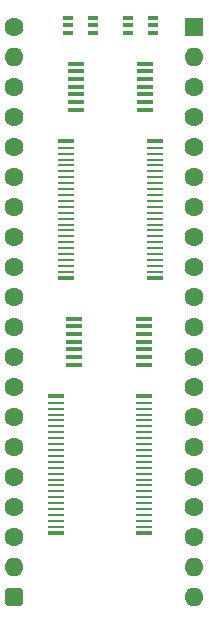
<source format=gbr>
%TF.GenerationSoftware,KiCad,Pcbnew,7.0.5*%
%TF.CreationDate,2024-01-04T18:21:12+02:00*%
%TF.ProjectId,HCP65 Device Interrupts,48435036-3520-4446-9576-69636520496e,rev?*%
%TF.SameCoordinates,Original*%
%TF.FileFunction,Soldermask,Top*%
%TF.FilePolarity,Negative*%
%FSLAX46Y46*%
G04 Gerber Fmt 4.6, Leading zero omitted, Abs format (unit mm)*
G04 Created by KiCad (PCBNEW 7.0.5) date 2024-01-04 18:21:12*
%MOMM*%
%LPD*%
G01*
G04 APERTURE LIST*
G04 Aperture macros list*
%AMRoundRect*
0 Rectangle with rounded corners*
0 $1 Rounding radius*
0 $2 $3 $4 $5 $6 $7 $8 $9 X,Y pos of 4 corners*
0 Add a 4 corners polygon primitive as box body*
4,1,4,$2,$3,$4,$5,$6,$7,$8,$9,$2,$3,0*
0 Add four circle primitives for the rounded corners*
1,1,$1+$1,$2,$3*
1,1,$1+$1,$4,$5*
1,1,$1+$1,$6,$7*
1,1,$1+$1,$8,$9*
0 Add four rect primitives between the rounded corners*
20,1,$1+$1,$2,$3,$4,$5,0*
20,1,$1+$1,$4,$5,$6,$7,0*
20,1,$1+$1,$6,$7,$8,$9,0*
20,1,$1+$1,$8,$9,$2,$3,0*%
G04 Aperture macros list end*
%ADD10R,0.875000X0.450000*%
%ADD11R,1.400000X0.400000*%
%ADD12R,1.400000X0.280000*%
%ADD13R,1.475000X0.450000*%
%ADD14C,1.600000*%
%ADD15O,1.600000X1.600000*%
%ADD16RoundRect,0.400000X-0.400000X-0.400000X0.400000X-0.400000X0.400000X0.400000X-0.400000X0.400000X0*%
%ADD17R,1.600000X1.600000*%
G04 APERTURE END LIST*
D10*
%TO.C,IC7*%
X90886000Y-70343000D03*
X90886000Y-70993000D03*
X90886000Y-71643000D03*
X93010000Y-71643000D03*
X93010000Y-70993000D03*
X93010000Y-70343000D03*
%TD*%
D11*
%TO.C,IC4*%
X89849000Y-102394000D03*
D12*
X89849000Y-102954000D03*
X89849000Y-103454000D03*
X89849000Y-103954000D03*
X89849000Y-104454000D03*
X89849000Y-104954000D03*
X89849000Y-105454000D03*
X89849000Y-105954000D03*
X89849000Y-106454000D03*
X89849000Y-106954000D03*
X89849000Y-107454000D03*
X89849000Y-107954000D03*
X89849000Y-108454000D03*
X89849000Y-108954000D03*
X89849000Y-109454000D03*
X89849000Y-109954000D03*
X89849000Y-110454000D03*
X89849000Y-110954000D03*
X89849000Y-111454000D03*
X89849000Y-111954000D03*
X89849000Y-112454000D03*
X89849000Y-112954000D03*
X89849000Y-113454000D03*
D11*
X89849000Y-114014000D03*
X97349000Y-114014000D03*
D12*
X97349000Y-113454000D03*
X97349000Y-112954000D03*
X97349000Y-112454000D03*
X97349000Y-111954000D03*
X97349000Y-111454000D03*
X97349000Y-110954000D03*
X97349000Y-110454000D03*
X97349000Y-109954000D03*
X97349000Y-109454000D03*
X97349000Y-108954000D03*
X97349000Y-108454000D03*
X97349000Y-107954000D03*
X97349000Y-107454000D03*
X97349000Y-106954000D03*
X97349000Y-106454000D03*
X97349000Y-105954000D03*
X97349000Y-105454000D03*
X97349000Y-104954000D03*
X97349000Y-104454000D03*
X97349000Y-103954000D03*
X97349000Y-103454000D03*
X97349000Y-102954000D03*
D11*
X97349000Y-102394000D03*
%TD*%
D13*
%TO.C,IC3*%
X91423000Y-95840000D03*
X91423000Y-96490000D03*
X91423000Y-97140000D03*
X91423000Y-97790000D03*
X91423000Y-98440000D03*
X91423000Y-99090000D03*
X91423000Y-99740000D03*
X97299000Y-99740000D03*
X97299000Y-99090000D03*
X97299000Y-98440000D03*
X97299000Y-97790000D03*
X97299000Y-97140000D03*
X97299000Y-96490000D03*
X97299000Y-95840000D03*
%TD*%
%TO.C,IC2*%
X91550000Y-74250000D03*
X91550000Y-74900000D03*
X91550000Y-75550000D03*
X91550000Y-76200000D03*
X91550000Y-76850000D03*
X91550000Y-77500000D03*
X91550000Y-78150000D03*
X97426000Y-78150000D03*
X97426000Y-77500000D03*
X97426000Y-76850000D03*
X97426000Y-76200000D03*
X97426000Y-75550000D03*
X97426000Y-74900000D03*
X97426000Y-74250000D03*
%TD*%
D11*
%TO.C,IC1*%
X90738000Y-80804000D03*
D12*
X90738000Y-81364000D03*
X90738000Y-81864000D03*
X90738000Y-82364000D03*
X90738000Y-82864000D03*
X90738000Y-83364000D03*
X90738000Y-83864000D03*
X90738000Y-84364000D03*
X90738000Y-84864000D03*
X90738000Y-85364000D03*
X90738000Y-85864000D03*
X90738000Y-86364000D03*
X90738000Y-86864000D03*
X90738000Y-87364000D03*
X90738000Y-87864000D03*
X90738000Y-88364000D03*
X90738000Y-88864000D03*
X90738000Y-89364000D03*
X90738000Y-89864000D03*
X90738000Y-90364000D03*
X90738000Y-90864000D03*
X90738000Y-91364000D03*
X90738000Y-91864000D03*
D11*
X90738000Y-92424000D03*
X98238000Y-92424000D03*
D12*
X98238000Y-91864000D03*
X98238000Y-91364000D03*
X98238000Y-90864000D03*
X98238000Y-90364000D03*
X98238000Y-89864000D03*
X98238000Y-89364000D03*
X98238000Y-88864000D03*
X98238000Y-88364000D03*
X98238000Y-87864000D03*
X98238000Y-87364000D03*
X98238000Y-86864000D03*
X98238000Y-86364000D03*
X98238000Y-85864000D03*
X98238000Y-85364000D03*
X98238000Y-84864000D03*
X98238000Y-84364000D03*
X98238000Y-83864000D03*
X98238000Y-83364000D03*
X98238000Y-82864000D03*
X98238000Y-82364000D03*
X98238000Y-81864000D03*
X98238000Y-81364000D03*
D11*
X98238000Y-80804000D03*
%TD*%
D14*
%TO.C,J2*%
X86360000Y-71120000D03*
D15*
X86360000Y-73660000D03*
D14*
X86360000Y-76200000D03*
X86360000Y-78740000D03*
X86360000Y-81280000D03*
X86360000Y-83820000D03*
X86360000Y-86360000D03*
X86360000Y-88900000D03*
X86360000Y-91440000D03*
X86360000Y-93980000D03*
X86360000Y-96520000D03*
X86360000Y-99060000D03*
X86360000Y-101600000D03*
X86360000Y-104140000D03*
X86360000Y-106680000D03*
X86360000Y-109220000D03*
X86360000Y-111760000D03*
X86360000Y-114300000D03*
D15*
X86360000Y-116840000D03*
D16*
X86360000Y-119380000D03*
D15*
X101600000Y-119380000D03*
X101600000Y-116840000D03*
D14*
X101600000Y-114300000D03*
X101600000Y-111760000D03*
X101600000Y-109220000D03*
X101600000Y-106680000D03*
X101600000Y-104140000D03*
X101600000Y-101600000D03*
X101600000Y-99060000D03*
X101600000Y-96520000D03*
X101600000Y-93980000D03*
X101600000Y-91440000D03*
X101600000Y-88900000D03*
X101600000Y-86360000D03*
X101600000Y-83820000D03*
X101600000Y-81280000D03*
X101600000Y-78740000D03*
X101600000Y-76200000D03*
D15*
X101600000Y-73660000D03*
D17*
X101600000Y-71120000D03*
%TD*%
D10*
%TO.C,IC9*%
X98090000Y-71643000D03*
X98090000Y-70993000D03*
X98090000Y-70343000D03*
X95966000Y-70343000D03*
X95966000Y-70993000D03*
X95966000Y-71643000D03*
%TD*%
M02*

</source>
